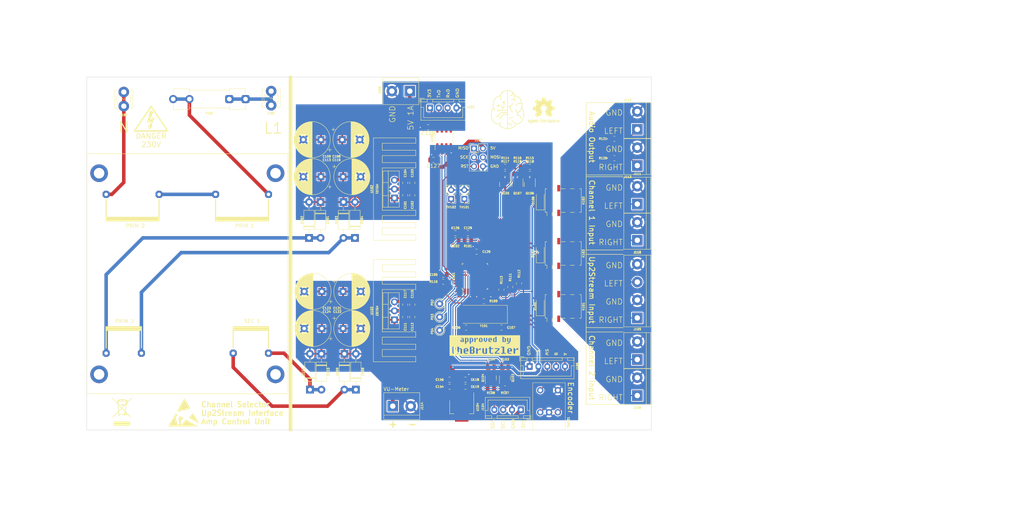
<source format=kicad_pcb>
(kicad_pcb (version 20221018) (generator pcbnew)
  (layers (0 "F.Cu" signal) (31 "B.Cu" signal) (34 "B.Paste" user) (35 "F.Paste" user) (36 "B.SilkS" user "B.Silkscreen") (37 "F.SilkS" user "F.Silkscreen") (38 "B.Mask" user) (39 "F.Mask" user) (44 "Edge.Cuts" user))
  (net 0 "")
  (net 1 "+12V")
  (net 2 "GND")
  (net 3 "+5V")
  (net 4 "RST")
  (net 5 "Net-(U101-XTAL1{slash}PB6)")
  (net 6 "Net-(U101-XTAL2{slash}PB7)")
  (net 7 "+5VA")
  (net 8 "+3V3")
  (net 9 "Net-(D101-A)")
  (net 10 "Net-(D103-A)")
  (net 11 "Net-(D105-A)")
  (net 12 "Net-(D106-A)")
  (net 13 "Net-(D107-A)")
  (net 14 "/L1")
  (net 15 "Net-(F101-Pad2)")
  (net 16 "/N")
  (net 17 "Net-(J103-Pin_2)")
  (net 18 "Net-(J103-Pin_3)")
  (net 19 "Net-(J104-Pin_3)")
  (net 20 "Net-(J104-Pin_4)")
  (net 21 "Net-(J105-Pin_3)")
  (net 22 "Net-(J105-Pin_4)")
  (net 23 "Net-(J105-Pin_5)")
  (net 24 "MISO")
  (net 25 "SCK")
  (net 26 "MOSI")
  (net 27 "Net-(J108-Pin_1)")
  (net 28 "Net-(J109-Pin_1)")
  (net 29 "Net-(J110-Pin_1)")
  (net 30 "Net-(J111-Pin_1)")
  (net 31 "/Left")
  (net 32 "/Right")
  (net 33 "Net-(J115-Pin_1)")
  (net 34 "Net-(J115-Pin_3)")
  (net 41 "RxD")
  (net 42 "TxD")
  (net 43 "SCL")
  (net 44 "SDA")
  (net 45 "Net-(Q105-G)")
  (net 46 "Net-(Q106-G)")
  (net 47 "Net-(Q107-G)")
  (net 48 "Net-(U101-PB0)")
  (net 49 "Net-(U101-PB1)")
  (net 50 "Net-(U101-PB2)")
  (net 51 "Net-(U101-PD2)")
  (net 52 "Net-(U101-PD3)")
  (net 53 "Net-(U101-PD4)")
  (net 54 "Net-(TR101-Pad2)")
  (net 59 "+12VA")
  (net 60 "GND1")
  (net 61 "Net-(D108-A)")
  (net 62 "Net-(D110-A)")
  (net 63 "Net-(J103-Pin_1)")
  (net 64 "/Sig_GND")
  (net 65 "NTC1")
  (net 66 "NTC2")
  (footprint "TestPoint:TestPoint_Loop_D2.50mm_Drill1.0mm" (layer "F.Cu") (at 135 113)
    (fp_text reference "TP102" hide)
    (fp_text value "PD3" hide)
  )
  (footprint "TerminalBlock:TerminalBlock_bornier-2_P5.08mm" (layer "F.Cu") (at 191 91.25 90)
    (fp_text reference "J110")
    (fp_text value "Cinch_Right")
  )
  (footprint "Fuse:Fuseholder_Clip-5x20mm_Littelfuse_100_Inline_P20.50x4.60mm_D1.30mm_Horizontal" (layer "F.Cu") (at 80 51.25 180)
    (fp_text reference "F101")
    (fp_text value "0,5A")
  )
  (footprint "TerminalBlock_MetzConnect:TerminalBlock_MetzConnect_360381_1x01_Horizontal_ScrewM3.0" (layer "F.Cu") (at 87.25 53 90)
    (fp_text reference "J101")
    (fp_text value "L1")
  )
  (footprint "Capacitor_SMD:C_0805_2012Metric" (layer "F.Cu") (at 152.5 116 180)
    (fp_text reference "C107")
    (fp_text value "18p")
  )
  (footprint "Capacitor_THT:CP_Radial_D10.0mm_P5.00mm" (layer "F.Cu") (at 101.617677 116.25 180)
    (fp_text reference "C124")
    (fp_text value "470µ")
  )
  (footprint "Resistor_SMD:R_0805_2012Metric" (layer "F.Cu") (at 143 91.25 180)
    (fp_text reference "R101")
    (fp_text value "4k7")
  )
  (footprint "Capacitor_SMD:C_0805_2012Metric" (layer "F.Cu") (at 142.3 130.75)
    (fp_text reference "C118")
    (fp_text value "100n")
  )
  (footprint "TerminalBlock:TerminalBlock_bornier-2_P5.08mm" (layer "F.Cu") (at 191 70.08 90)
    (fp_text reference "J113")
    (fp_text value "Right")
  )
  (footprint "Connector_PinHeader_2.54mm:PinHeader_2x03_P2.54mm_Vertical" (layer "F.Cu") (at 144.725 65.225)
    (fp_text reference "J107")
    (fp_text value "ICSP")
  )
  (footprint "TerminalBlock:TerminalBlock_bornier-2_P5.08mm" (layer "F.Cu") (at 191 135.25 90)
    (fp_text reference "J108")
    (fp_text value "Klinke_Right")
  )
  (footprint "Package_TO_SOT_SMD:SOT-23" (layer "F.Cu") (at 153.55 75.4375 -90)
    (fp_text reference "Q105")
    (fp_text value "BSS138")
  )
  (footprint "MountingHole:MountingHole_3.2mm_M3_DIN965" (layer "F.Cu") (at 192 48)
    (fp_text reference "REF**" hide)
    (fp_text value "MountingHole_3.2mm_M3_DIN965" hide)
  )
  (footprint "eigene:V 4330N" (layer "F.Cu") (at 117.225 111.195 -90)
    (fp_text reference "HS102")
    (fp_text value "Heatsink")
  )
  (footprint "Diode_SMD:D_MiniMELF" (layer "F.Cu") (at 163.5 80 90)
    (fp_text reference "D106")
    (fp_text value "LL4148")
  )
  (footprint "Diode_THT:D_DO-41_SOD81_P10.16mm_Horizontal" (layer "F.Cu") (at 98 90.58 90)
    (fp_text reference "D102")
    (fp_text value "1N4004")
  )
  (footprint "Capacitor_SMD:C_0805_2012Metric" (layer "F.Cu") (at 137.8 130.75 180)
    (fp_text reference "C116")
    (fp_text value "100n")
  )
  (footprint "Resistor_SMD:R_0805_2012Metric" (layer "F.Cu") (at 184.5 62.5 180)
    (fp_text reference "R121")
    (fp_text value "470k")
  )
  (footprint "Relay_SMD:Relay_DPDT_Omron_G6K-2F" (layer "F.Cu") (at 170 95 90)
    (fp_text reference "K103")
    (fp_text value "G6K-2")
  )
  (footprint "Capacitor_SMD:C_0805_2012Metric" (layer "F.Cu") (at 125.25 109.5 -90)
    (fp_text reference "C117")
    (fp_text value "1µ")
  )
  (footprint "Capacitor_SMD:C_0805_2012Metric" (layer "F.Cu") (at 137.8 132.75 180)
    (fp_text reference "C114")
    (fp_text value "1µ")
  )
  (footprint "TerminalBlock:TerminalBlock_bornier-2_P5.08mm" (layer "F.Cu") (at 191 125.04 90)
    (fp_text reference "J109")
    (fp_text value "Klinke_Links")
  )
  (footprint "Relay_SMD:Relay_DPDT_Omron_G6K-2F" (layer "F.Cu") (at 170 110 90)
    (fp_text reference "K101")
    (fp_text value "G6K-2")
  )
  (footprint "TerminalBlock_MetzConnect:TerminalBlock_MetzConnect_360381_1x01_Horizontal_ScrewM3.0" (layer "F.Cu") (at 45.5 53.25 90)
    (fp_text reference "J102")
    (fp_text value "N")
  )
  (footprint "Resistor_SMD:R_0805_2012Metric" (layer "F.Cu") (at 160.55 70.4375)
    (fp_text reference "R115")
    (fp_text value "10k")
  )
  (footprint "Resistor_SMD:R_0805_2012Metric" (layer "F.Cu") (at 147.5 108.5)
    (fp_text reference "R109")
    (fp_text value "1M")
  )
  (footprint "Package_TO_SOT_THT:TO-220-3_Vertical" (layer "F.Cu") (at 122.195 79.29 90)
    (fp_text reference "U102")
    (fp_text value "L7805")
  )
  (footprint "Capacitor_SMD:C_0805_2012Metric" (layer "F.Cu") (at 127.25 75 -90)
    (fp_text reference "C103")
    (fp_text value "100n")
  )
  (footprint "Capacitor_SMD:C_0805_2012Metric" (layer "F.Cu") (at 133.25 68.5 180)
    (fp_text reference "C127")
    (fp_text value "100n")
  )
  (footprint "Capacitor_THT:CP_Radial_D10.0mm_P5.00mm" (layer "F.Cu") (at 107.632323 105.75)
    (fp_text reference "C121")
    (fp_text value "470µ")
  )
  (footprint "Capacitor_SMD:C_0805_2012Metric" (layer "F.Cu") (at 143 89.25 180)
    (fp_text reference "C125")
    (fp_text value "1µ")
  )
  (footprint "Resistor_SMD:R_0805_2012Metric" (layer "F.Cu") (at 153.5 127.25 180)
    (fp_text reference "R103")
    (fp_text value "4k7")
  )
  (footprint "Package_TO_SOT_THT:TO-220-3_Vertical" (layer "F.Cu") (at 122.195 113.79 90)
    (fp_text reference "U103")
    (fp_text value "L7805")
  )
  (footprint "Diode_THT:D_DO-41_SOD81_P10.16mm_Horizontal" (layer "F.Cu") (at 108 123.42 -90)
    (fp_text reference "D108")
    (fp_text value "1N4004")
  )
  (footprint "Resistor_SMD:R_0805_2012Metric" (layer "F.Cu") (at 152.5 105.25 90)
    (fp_text reference "R113")
    (fp_text value "10k")
  )
  (footprint "Diode_THT:D_DO-41_SOD81_P10.16mm_Horizontal" (layer "F.Cu") (at 98.25 133.58 90)
    (fp_text reference "D111")
    (fp_text value "1N4004")
  )
  (footprint "Package_SO:SOIC-8_3.9x4.9mm_P1.27mm" (layer "F.Cu") (at 136.25 62.25 90)
    (fp_text reference "U105")
    (fp_text value "ADuM1201AR")
  )
  (footprint "MountingHole:MountingHole_3.2mm_M3_DIN965" (layer "F.Cu") (at 115 142)
    (fp_text reference "REF**" hide)
    (fp_text value "MountingHole_3.2mm_M3_DIN965" hide)
  )
  (footprint "Crystal:Crystal_SMD_HC49-SD" (layer "F.Cu") (at 147.5 112.25 180)
    (fp_text reference "Y101")
    (fp_text value "16MHz")
  )
  (footprint "Capacitor_SMD:C_0805_2012Metric" (layer "F.Cu") (at 142.5 116)
    (fp_text reference "C106")
    (fp_text value "18p")
  )
  (footprint "TerminalBlock:TerminalBlock_bornier-2_P5.08mm" (layer "F.Cu") (at 191 81 90)
    (fp_text reference "J111")
    (fp_text value "Cinch_Left")
  )
  (footprint "Resistor_SMD:R_0805_2012Metric" (layer "F.Cu") (at 157.05 72.4375 180)
    (fp_text reference "R119")
    (fp_text value "100k")
  )
  (footprint "Connector_PinHeader_2.54mm:PinHeader_1x02_P2.54mm_Vertical" (layer "F.Cu") (at 142 79.54 180)
    (fp_text reference "TH101")
    (fp_text value "Thermistor_NTC")
  )
  (footprint "Connector_JST:JST_XH_B4B-XH-A_1x04_P2.50mm_Vertical" (layer "F.Cu") (at 132.25 53.75)
    (fp_text reference "J103")
    (fp_text value "OLED")
  )
  (footprint "Resistor_SMD:R_0805_2012Metric" (layer "F.Cu") (at 157.5 103.5 90)
    (fp_text reference "R112")
    (fp_text value "10k")
  )
  (footprint "Resistor_SMD:R_0805_2012Metric" (layer "F.Cu") (at 157.05 70.4375)
    (fp_text reference "R116")
    (fp_text value "10k")
  )
  (footprint "Capacitor_SMD:C_0805_2012Metric" (layer "F.Cu") (at 125.25 113 90)
    (fp_text reference "C111")
    (fp_text value "1µ")
  )
  (footprint "MountingHole:MountingHole_3.2mm_M3_DIN965" (layer "F.Cu") (at 115 48)
    (fp_text reference "REF**" hide)
    (fp_text value "MountingHole_3.2mm_M3_DIN965" hide)
  )
  (footprint "eigene:V 4330N" (layer "F.Cu") (at 117.25 76.75 -90)
    (fp_text reference "HS101")
    (fp_text value "Heatsink")
  )
  (footprint "TestPoint:TestPoint_Loop_D2.50mm_Drill1.0mm" (layer "F.Cu") (at 135 116.75)
    (fp_text reference "TP103" hide)
    (fp_text value "PD4" hide)
  )
  (footprint "MountingHole:MountingHole_3.2mm_M3_DIN965" (layer "F.Cu") (at 192 142)
    (fp_text reference "REF**" hide)
    (fp_text value "MountingHole_3.2mm_M3_DIN965" hide)
  )
  (footprint "Connector_PinHeader_2.54mm:PinHeader_1x02_P2.54mm_Vertical" (layer "F.Cu") (at 138.25 79.54 180)
    (fp_text reference "TH102")
    (fp_text value "Thermistor_NTC")
  )
  (footprint "Capacitor_THT:CP_Radial_D10.0mm_P5.00mm" (layer "F.Cu") (at 101.617677 105.75 180)
    (fp_text reference "C123")
    (fp_text value "470µ")
  )
  (footprint "Capacitor_SMD:C_0805_2012Metric" (layer "F.Cu") (at 125.25 75 -90)
    (fp_text reference "C104")
    (fp_text value "1µ")
  )
  (footprint "Diode_THT:D_DO-41_SOD81_P10.16mm_Horizontal" (layer "F.Cu") (at 101.25 80.42 -90)
    (fp_text reference "D101")
    (fp_text value "1N4004")
  )
  (footprint "Resistor_SMD:R_0805_2012Metric" (layer "F.Cu") (at 155 104.5 90)
    (fp_text reference "R111")
    (fp_text value "10k")
  )
  (footprint "Resistor_SMD:R_0805_2012Metric" (layer "F.Cu") (at 184.5 68 180)
    (fp_text reference "R120")
    (fp_text value "470k")
  )
  (footprint "Capacitor_THT:CP_Radial_D10.0mm_P5.00mm" (layer "F.Cu") (at 107.632323 73.25)
    (fp_text reference "C110")
    (fp_text value "470µ")
  )
  (footprint "Capacitor_THT:CP_Radial_D10.0mm_P5.00mm" (layer "F.Cu") (at 107.632323 116.25)
    (fp_text reference "C122")
    (fp_text value "470µ")
  )
  (footprint "Package_QFP:TQFP-32_7x7mm_P0.8mm" (layer "F.Cu") (at 145 101.5 90)
    (fp_text reference "U101")
    (fp_text value "ATmega328P-A")
  )
  (footprint "Diode_SMD:D_MiniMELF" (layer "F.Cu") (at 163.5 110 90)
    (fp_text reference "D105")
    (fp_text value "LL4148")
  )
  (footprint "Capacitor_SMD:C_0805_2012Metric" (layer "F.Cu") (at 139.45 89.25 180)
    (fp_text reference "C126")
    (fp_text value "1µ")
  )
  (footprint "Resistor_SMD:R_0805_2012Metric" (layer "F.Cu") (at 153.55 70.4375)
    (fp_text reference "R114")
    (fp_text value "10k")
  )
  (footprint "Package_TO_SOT_SMD:SOT-23" (layer "F.Cu") (at 160.55 75.4375 -90)
    (fp_text reference "Q106")
    (fp_text value "BSS138")
  )
  (footprint "Package_TO_SOT_SMD:SOT-223-3_TabPin2" (layer "F.Cu") (at 141.25 138.5 -90)
    (fp_text reference "U104")
    (fp_text value "AP1117-33")
  )
  (footprint "TerminalBlock:TerminalBlock_bornier-2_P5.08mm" (layer "F.Cu") (at 121.71 138.25)
    (fp_text reference "J114")
    (fp_text value "VU-Meter")
  )
  (footprint "MountingHole:MountingHole_3.2mm_M3_DIN965" (layer "F.Cu") (at 38 142)
    (fp_text reference "REF**" hide)
    (fp_text value "MountingHole_3.2mm_M3_DIN965" hide)
  )
  (footprint "Capacitor_SMD:C_0805_2012Metric" (layer "F.Cu") (at 145.45 94.5 180)
    (fp_text reference "C120")
    (fp_text value "100n")
  )
  (footprint "Capacitor_SMD:C_0805_2012Metric" (layer "F.Cu") (at 127.25 113 90)
    (fp_text reference "C112")
    (fp_text value "100n")
  )
  (footprint "Symbol:ESD-Logo_8.9x8mm_SilkScreen" (layer "F.Cu") (at 62.5 140)
    (fp_text reference "REF**" hide)
    (fp_text value "ESD-Logo_8.9x8mm_SilkScreen" hide)
  )
  (footprint "Package_TO_SOT_SMD:SOT-23" (layer "F.Cu") (at 153.5 130.25 90)
    (fp_text reference "Q103")
    (fp_text value "BSS138")
  )
  (footprint "MountingHole:MountingHole_3.2mm_M3_DIN965" (layer "F.Cu") (at 38 48)
    (fp_text reference "REF**" hide)
    (fp_text value "MountingHole_3.2mm_M3_DIN965" hide)
  )
  (footprint "Capacitor_SMD:C_0805_2012Metric" (layer "F.Cu") (at 125.25 78.5 90)
    (fp_text reference "C101")
    (fp_text value "1µ")
  )
  (footprint "TestPoint:TestPoint_Loop_D2.50mm_Drill1.0mm" (layer "F.Cu") (at 135 109.25)
    (fp_text reference "TP101" hide)
    (fp_text value "PD2" hide)
  )
  (footprint "Resistor_SMD:R_0805_2012Metric" (layer "F.Cu") (at 136 103)
    (fp_text reference "R110")
    (fp_text value "10k")
  )
  (footprint "eigene:BLOCK 14VA" (layer "F.Cu") (at 86.5 78.25 -90)
    (fp_text reference "TR101")
    (fp_text value "UI 39/10,2 209")
  )
  (footprint "Capacitor_SMD:C_0805_2012Metric" (layer "F.Cu") (at 142.3 132.75)
    (fp_text reference "C119")
    (fp_text value "1µ")
  )
  (footprint "Diode_THT:D_DO-41_SOD81_P10.16mm_Horizontal" (layer "F.Cu") (at 101.5 123.42 -90)
    (fp_text reference "D110")
    (fp_text value "1N4004")
  )
  (footprint "Connector_JST:JST_XH_B5B-XH-A_1x05_P2.50mm_Vertical" (layer "F.Cu") (at 160.5 127)
    (fp_text reference "J105")
    (fp_text value "Encoder")
  )
  (footprint "Diode_THT:D_DO-41_SOD81_P10.16mm_Horizontal" (layer "F.Cu") (at 107.75 80.42 -90)
    (fp_text reference "D103")
    (fp_text value "1N4004")
  )
  (footprint "Relay_SMD:Relay_DPDT_Omron_G6K-2F" (layer "F.Cu") (at 170 80 90)
    (fp_text reference "K102")
    (fp_text value "G6K-2")
  )
  (footprint "Symbol:Symbol_HighVoltage_Type2_CopperTop_VerySmall" (layer "F.Cu") (at 53.25 57.5)
    (fp_text reference "REF**" hide)
    (fp_text value "Symbol_HighVoltage_Type2_CopperTop_VerySmall" hide)
  )
  (footprint "TerminalBlock:TerminalBlock_bornier-2_P5.08mm" (layer "F.Cu") (at 126.54 49 180)
    (fp_text reference "J106")
    (fp_text value "Up2Stream")
  )
  (footprint "Connector_JST:JST_XH_B4B-XH-A_1x04_P2.50mm_Vertical" (layer "F.Cu") (at 158 139.275 180)
    (fp_text reference "J104")
    (fp_text value "OLED")
  )
  (footprint "Resistor_SMD:R_0805_2012Metric" (layer "F.Cu") (at 160.55 72.4375 180)
    (fp_text reference "R118")
    (fp_text value "100k")
  )
  (footprint "TerminalBlock:TerminalBlock_bornier-4_P5.08mm" (layer "F.Cu") (at 191 113.25 90)
    (fp_text reference "J115")
    (fp_text value "Up2Stream")
  )
  (footprint "Package_TO_SOT_SMD:SOT-23" (layer "F.Cu") (at 149.5 130.25 90)
    (fp_text reference "Q104")
    (fp_text value "BSS138")
  )
  (footprint "Capacitor_THT:CP_Radial_D10.0mm_P5.00mm" (layer "F.Cu") (at 101.367677 73.25 180)
    (fp_text reference "C113")
    (fp_text value "470µ")
  )
  (footprint "Diode_SMD:D_MiniMELF" (layer "F.Cu") (at 163.5 95 90)
    (fp_text reference "D107")
    (fp_text value "LL4148")
  )
  (footprint "Capacitor_SMD:C_0805_2012Metric" (layer "F.Cu") (at 127.25 109.5 -90)
    (fp_text reference "C115")
    (fp_text value "100n")
  )
  (footprint "Package_TO_SOT_SMD:SOT-23" (layer "F.Cu") (at 157.05 75.4375 -90)
    (fp_text reference "Q107")
    (fp_text value "BSS138")
  )
  (footprint "Symbol:OSHW-Logo2_9.8x8mm_SilkScreen" (layer "F.Cu") (at 164.5 54.5)
    (fp_text reference "REF**" hide)
    (fp_text value "OSHW-Logo2_9.8x8mm_SilkScreen" hide)
  )
  (footprint "Resistor_SMD:R_0805_2012Metric" (layer "F.Cu") (at 139.45 91.25 180)
    (fp_text reference "R102")
    (fp_text value "4k7")
  )
  (footprint "TerminalBlock:TerminalBlock_bornier-2_P5.08mm" (layer "F.Cu") (at 191 59.83 90)
    (fp_text reference "J112")
    (fp_text value "Left")
  )
  (footprint "Rotary_Encoder:RotaryEncoder_Bourns_Horizontal_PEC09-2xxxF-Sxxxx" (layer "F.Cu") (at 163.5 140 -90)
    (fp_text reference "SW101")
    (fp_text value "RotaryEncoder_Switch")
  )
  (footprint "Capacitor_THT:CP_Radial_D10.0mm_P5.00mm" (layer "F.Cu") (at 101.367677 62.75 180)
    (fp_text reference "C109")
    (fp_text value "470µ")
  )
  (footprint "Resistor_SMD:R_0805_2012Metric" (layer "F.Cu") (at 153.55 72.4375 180)
    (fp_text reference "R117")
    (fp_text value "100k")
  )
  (footprint "Capacitor_SMD:C_0805_2012Metric" (layer "F.Cu") (at 131.75 59.25 180)
    (fp_text reference "C128")
    (fp_text value "100n")
  )
  (footprint "Capacitor_SMD:C_0805_2012Metric" (layer "F.Cu") (at 127.25 78.5 90)
    (fp_text reference "C102")
    (fp_text value "100n")
  )
  (footprint "Symbol:WEEE-Logo_5.6x8mm_SilkScreen" (layer "F.Cu") (at 45 139.75)
    (fp_text reference "REF**" hide)
    (fp_text value "WEEE-Logo_5.6x8mm_SilkScreen" hide)
  )
  (footprint "Diode_THT:D_DO-41_SOD81_P10.16mm_Horizontal" (layer "F.Cu") (at 111 90.58 90)
    (fp_text reference "D104")
    (fp_text value "1N4004")
  )
  (footprint "TheBrutzlers_Lib:approved_theBrutzler" (layer "F.Cu") (at 147.8 121.075)
    (fp_text reference "G***")
    (fp_text value "LOGO" hide)
  )
  (footprint "Diode_THT:D_DO-41_SOD81_P10.16mm_Horizontal" (layer "F.Cu") (at 111.25 133.58 90)
    (fp_text reference "D109")
    (fp_text value "1N4004")
  )
  (footprint "Capacitor_THT:CP_Radial_D10.0mm_P5.00mm" (layer "F.Cu") (at 107.382323 62.75)
    (fp_text reference "C108")
    (fp_text value "470µ")
  )
  (footprint "Resistor_SMD:R_0805_2012Metric" (layer "F.Cu") (at 149.5 127.25 180)
    (fp_text reference "R104")
    (fp_text value "4k7")
  )
  (footprint "eigene:logo" (layer "F.Cu") (at 154.25 54.25)
    (fp_text reference "G***" hide)
    (fp_text value "LOGO" hide)
  )
  (footprint "Resistor_SMD:R_0805_2012Metric" (layer "F.Cu") (at 153.5 133.25)
    (fp_text reference "R107")
    (fp_text value "4k7")
  )
  (footprint "Resistor_SMD:R_0805_2012Metric" (layer "F.Cu") (at 149.5 133.25)
    (fp_text reference "R108")
    (fp_text value "4k7")
  )
  (footprint "Capacitor_SMD:C_0805_2012Metric" (layer "F.Cu") (at 136 101 180)
    (fp_text reference "C105")
    (fp_text value "100n")
  )
  (gr_line (start 187 72.75) (end 176.5 72.75) (stroke (width 0.15)) (layer "F.SilkS"))
  (gr_line (start 187 94) (end 176.5 94) (stroke (width 0.15)) (layer "F.SilkS"))
  (gr_line (start 187 116) (end 176.5 116) (stroke (width 0.15)) (layer "F.SilkS"))
  (gr_line (start 187 95.25) (end 176.5 95.25) (stroke (width 0.15)) (layer "F.SilkS"))
  (gr_line (start 92.75 45) (end 92.75 145) (stroke (width 1)) (layer "F.SilkS"))
  (gr_line (start 176.5 52.25) (end 187 52.25) (stroke (width 0.15)) (layer "F.SilkS"))
  (gr_line (start 176.5 137.75) (end 187 137.75) (stroke (width 0.15)) (layer "F.SilkS"))
  (gr_line (start 176.5 137.75) (end 176.5 52.25) (stroke (width 0.15)) (layer "F.SilkS"))
  (gr_line (start 187 73.25) (end 176.5 73.25) (stroke (width 0.15)) (layer "F.SilkS"))
  (gr_line (start 187 117.25) (end 176.5 117.25) (stroke (width 0.15)) (layer "F.SilkS"))
  (gr_rect (start 35 45) (end 195 145) (stroke (width 0.1)) (fill none) (layer "Edge.Cuts"))
  (gr_text "Channel Selector\nUp2Stream Interface\nAmp Control Unit" (at 67.25 143.5) (layer "F.SilkS") (effects (font (size 1.5 1.5) (thickness 0.3) bold) (justify left bottom)))
  (gr_text "+  -" (at 120.25 144.5) (layer "F.SilkS") (effects (font (size 2 2) (thickness 0.4) bold) (justify left bottom)))
  (gr_text "GND\n\n5V 1A" (at 127.71 53 90) (layer "F.SilkS") (effects (font (size 1.6 1.6)) (justify right bottom)))
  (gr_text "GND\n\nLEFT\n\nGND\n\nRIGHT" (at 187 114.75) (layer "F.SilkS") (effects (font (size 1.6 1.6)) (justify right bottom)))
  (gr_text "VU-Meter" (at 119 134) (layer "F.SilkS") (effects (font (size 1 1)) (justify left bottom)))
  (gr_text "Channel 2 Input" (at 177.25 118 270) (layer "F.SilkS") (effects (font (size 1.5 1.5) (thickness 0.25) bold) (justify left bottom)))
  (gr_text "GND\n\nLEFT\n\nGND\n\nRIGHT" (at 187 136.75) (layer "F.SilkS") (effects (font (size 1.6 1.6)) (justify right bottom)))
  (gr_text "Up2Stream Input" (at 177.25 95.67 -90) (layer "F.SilkS") (effects (font (size 1.5 1.5) (thickness 0.25) bold) (justify left bottom)))
  (gr_text "MISO\n\nSCK\n\nRST" (at 143.25 70.75) (layer "F.SilkS") (effects (font (size 0.8 0.8)) (justify right bottom)))
  (gr_text "Encoder" (at 171.25 131.25 -90) (layer "F.SilkS") (effects (font (size 1.5 1.5) (thickness 0.25) bold) (justify left bottom)))
  (gr_text "A\n\nB\n\nSW\n\n5V\n\nGND" (at 159.75 124 270) (layer "F.SilkS") (effects (font (size 0.8 0.9)) (justify right bottom)))
  (gr_text "DANGER\n230V" (at 53.25 65) (layer "F.SilkS") (effects (font (size 1.5 1.5) (thickness 0.2)) (justify bottom)))
  (gr_text "L1\n" (at 85 61.25) (layer "F.SilkS") (effects (font (size 3 3) (thickness 0.3)) (justify left bottom)))
  (gr_text "GND\n\nLEFT\n\nGND\n\nRIGHT" (at 187 92.75) (layer "F.SilkS") (effects (font (size 1.6 1.6)) (justify right bottom)))
  (gr_text "N" (at 43.75 61) (layer "F.SilkS") (effects (font (size 3 3) (thickness 0.3)) (justify left bottom)))
  (gr_text "Audio Output" (at 177.25 54.54 270) (layer "F.SilkS") (effects (font (size 1.5 1.5) (thickness 0.25) bold) (justify left bottom)))
  (gr_text "3V3\n\nTxD\n\nRxD\n\nGND" (at 140.5 51 90) (layer "F.SilkS") (effects (font (size 0.82 0.9)) (justify left bottom)))
  (gr_text "5V\n\nMOSI\n\nGND" (at 149.25 70.75) (layer "F.SilkS") (effects (font (size 0.8 0.8)) (justify left bottom)))
  (gr_text "GND\n\nLEFT\n\nGND\n\nRIGHT" (at 187 71.5) (layer "F.SilkS") (effects (font (size 1.6 1.6)) (justify right bottom)))
  (gr_text "Channel 1 Input" (at 177.25 74 270) (layer "F.SilkS") (effects (font (size 1.5 1.5) (thickness 0.25) bold) (justify left bottom)))
  (gr_text "PD4     PD3     PD2" (at 133.25 118 90) (layer "F.SilkS") (effects (font (size 0.6 0.6)) (justify left bottom)))
  (gr_text "SDA\n\nSCL\n\nGND\n\n3V3" (at 159.25 144.75 90) (layer "F.SilkS") (effects (font (size 0.9 0.9)) (justify left bottom)))
  (segment (start 135.05 99.8) (end 135 99.75) (width 0.3) (layer "F.Cu") (net 2))
  (segment (start 159.6 74.4) (end 160.5 73.5) (width 0.3) (layer "F.Cu") (net 2))
  (segment (start 132.3 68.5) (end 132.3 67.45) (width 0.3) (layer "F.Cu") (net 2))
  (segment (start 145.5 108.75) (end 144.25 110) (width 0.3) (layer "F.Cu") (net 2))
  (segment (start 144.6 97.25) (end 144.6 94.6) (width 0.3) (layer "F.Cu") (net 2))
  (segment (start 143.25 130.75) (end 144.5 130.75) (width 0.3) (layer "F.Cu") (net 2))
  (segment (start 156.1375 72.4375) (end 156.1375 72.6375) (width 0.3) (layer "F.Cu") (net 2))
  (segment (start 141.55 116) (end 142.8 117.25) (width 0.3) (layer "F.Cu") (net 2))
  (segment (start 141 110) (end 140.25 110.75) (width 0.3) (layer "F.Cu") (net 2))
  (segment (start 156.1 74.5) (end 156.1 74.4) (width 0.3) (layer "F.Cu") (net 2))
  (segment (start 159.6 74.5) (end 159.6 74.4) (width 0.3) (layer "F.Cu") (net 2))
  (segment (start 152.2 117.25) (end 153.45 116) (width 0.3) (layer "F.Cu") (net 2))
  (segment (start 138.5 89.25) (end 138.5 87.75) (width 0.3) (layer "F.Cu") (net 2))
  (segment (start 132.3 67.45) (end 132.75 67) (width 0.3) (layer "F.Cu") (net 2))
  (segment (start 145.5 107.25) (end 145.5 108.75) (width 0.3) (layer "F.Cu") (net 2))
  (segment (start 153.45 116) (end 154.5 114.95) (width 0.3) (layer "F.Cu") (net 2))
  (segment (start 135.05 101) (end 135.05 99.8) (width 0.3) (layer "F.Cu") (net 2))
  (segment (start 144.25 110) (end 141 110) (width 0.3) (layer "F.Cu") (net 2))
  (segment (start 143.25 132.75) (end 144.5 132.75) (width 0.3) (layer "F.Cu") (net 2))
  (segment (start 156.1 74.4) (end 157 73.5) (width 0.3) (layer "F.Cu") (net 2))
  (segment (start 145.5 105.85) (end 145.5 107.25) (width 0.3) (layer "F.Cu") (net 2))
  (segment (start 143.25 135.05) (end 143.55 135.35) (width 1) (layer "F.Cu") (net 2))
  (segment (start 136.85 132.75) (end 135.5 132.75) (width 0.3) (layer "F.Cu") (net 2))
  (segment (start 143.95 89.25) (end 143.95 87.8) (width 0.3) (layer "F.Cu") (net 2))
  (segment (start 143.8 107.2) (end 143.75 107.25) (width 0.3) (layer "F.Cu") (net 2))
  (segment (start 140.25 110.75) (end 140.25 114.7) (width 0.3) (layer "F.Cu") (net 2))
  (segment (start 152.6 74.5) (end 152.6 74.4) (width 0.3) (layer "F.Cu") (net 2))
  (segment (start 143.25 130.75) (end 143.25 135.05) (width 1) (layer "F.Cu") (net 2))
  (segment (start 159.6375 72.6375) (end 160.5 73.5) (width 0.3) (layer "F.Cu") (net 2))
  (segment (start 136.85 130.75) (end 135.5 130.75) (width 0.3) (layer "F.Cu") (net 2))
  (segment (start 154.5 110.75) (end 153.75 110) (width 0.3) (layer "F.Cu") (net 2))
  (segment (start 150.25 110) (end 149.5 109.25) (width 0.3) (layer "F.Cu") (net 2))
  (segment (start 143.95 87.8) (end 144 87.75) (width 0.3) (layer "F.Cu") (net 2))
  (segment (start 140.25 114.7) (end 141.55 116) (width 0.3) (layer "F.Cu") (net 2))
  (segment (start 154.5 114.95) (end 154.5 110.75) (width 0.3) (layer "F.Cu") (net 2))
  (segment (start 153.75 110) (end 150.25 110) (width 0.3) (layer "F.Cu") (net 2))
  (segment (start 152.6375 72.4375) (end 152.6375 72.6375) (width 0.3) (layer "F.Cu") (net 2))
  (segment (start 122.195 111.25) (end 127.25 111.25) (width 1) (layer "F.Cu") (net 2))
  (segment (start 138.155 66.405) (end 138.25 66.5) (width 0.3) (layer "F.Cu") (net 2))
  (segment (start 144.6 94.6) (end 144.5 94.5) (width 0.3) (layer "F.Cu") (net 2))
  (segment (start 152.6 74.4) (end 153.5 73.5) (width 0.3) (layer "F.Cu") (net 2))
  (segment (start 142.8 117.25) (end 152.2 117.25) (width 0.3) (layer "F.Cu") (net 2))
  (segment (start 143.8 105.75) (end 143.8 107.2) (width 0.3) (layer "F.Cu") (net 2))
  (segment (start 145.4 105.75) (end 145.5 105.85) (width 0.3) (layer "F.Cu") (net 2))
  (segment (start 143.25 130.75) (end 143.25 129.25) (width 0.3) (layer "F.Cu") (net 2))
  (segment (start 152.6375 72.6375) (end 153.5 73.5) (width 0.3) (layer "F.Cu") (net 2))
  (segment (start 159.6375 72.4375) (end 159.6375 72.6375) (width 0.3) (layer "F.Cu") (net 2))
  (segment (start 144.5 94.5) (end 144.5 93) (width 0.3) (layer "F.Cu") (net 2))
  (segment (start 149.5 109.25) (end 149.5 107.25) (width 0.3) (layer "F.Cu") (net 2))
  (segment (start 138.155 64.725) (end 138.155 66.405) (width 0.3) (layer "F.Cu") (net 2))
  (segment (start 156.1375 72.6375) (end 157 73.5) (width 0.3) (layer "F.Cu") (net 2))
  (via (at 144.5 132.75) (size 0.6) (drill 0.3) (layers "F.Cu" "B.Cu") (net 2))
  (via (at 135.5 130.75) (size 0.6) (drill 0.3) (layers "F.Cu" "B.Cu") (net 2))
  (via (at 144.5 130.75) (size 0.6) (drill 0.3) (layers "F.Cu" "B.Cu") (net 2))
  (via (at 135.5 132.75) (size 0.6) (drill 0.3) (layers "F.Cu" "B.Cu") (net 2))
  (via (at 138.5 87.75) (size 0.6) (drill 0.3) (layers "F.Cu" "B.Cu") (net 2))
  (via (at 160.5 73.5) (size 0.6) (drill 0.3) (layers "F.Cu" "B.Cu") (net 2))
  (via (at 138.25 66.5) (size 0.6) (drill 0.3) (layers "F.Cu" "B.Cu") (net 2))
  (via (at 145.5 107.25) (size 0.6) (drill 0.3) (layers "F.Cu" "B.Cu") (net 2))
  (via (at 153.5 73.5) (size 0.6) (drill 0.3) (layers "F.Cu" "B.Cu") (net 2))
  (via (at 157 73.5) (size 0.6) (drill 0.3) (layers "F.Cu" "B.Cu") (net 2))
  (via (at 149.5 107.25) (size 0.6) (drill 0.3) (layers "F.Cu" "B.Cu") (net 2))
  (via (at 144 87.75) (size 0.6) (drill 0.3) (layers "F.Cu" "B.Cu") (net 2))
  (via (at 144.5 93) (size 0.6) (drill 0.3) (layers "F.Cu" "B.Cu") (net 2))
  (via (at 143.25 129.25) (size 0.6) (drill 0.3) (layers "F.Cu" "B.Cu") (net 2))
  (via (at 143.75 107.25) (size 0.6) (drill 0.3) (layers "F.Cu" "B.Cu") (net 2))
  (via (at 132.75 67) (size 0.6) (drill 0.3) (layers "F.Cu" "B.Cu") (net 2))
  (via (at 135 99.75) (size 0.6) (drill 0.3) (layers "F.Cu" "B.Cu") (net 2))
  (segment (start 121.75 127.25) (end 121.71 127.29) (width 1) (layer "F.Cu") (net 3))
  (segment (start 162.5 95.75) (end 163.5 96.75) (width 0.5) (layer "F.Cu") (net 3))
  (segment (start 146.2 104.7) (end 146.2 105.75) (width 0.3) (layer "F.Cu") (net 3))
  (segment (start 138.75 130.75) (end 138.75 135.15) (width 1) (layer "F.Cu") (net 3))
  (segment (start 145.75 91.25) (end 143.9125 91.25) (width 0.3) (layer "F.Cu") (net 3))
  (segment (start 166.19 83.5) (end 164 83.5) (width 0.3) (layer "F.Cu") (net 3))
  (segment (start 144.6 107.65) (end 144.6 105.75) (width 0.3) (layer "F.Cu") (net 3))
  (segment (start 129.25 109.25) (end 129.25 106.75) (width 1) (layer "F.Cu") (net 3))
  (segment (start 139.25 109) (end 143.25 109) (width 0.3) (layer "F.Cu") (net 3))
  (segment (start 127.25 108.55) (end 129.2 108.55) (width 1) (layer "F.Cu") (net 3))
  (segment (start 143.25 63.25) (end 145.75 63.25) (width 1) (layer "F.Cu") (net 3))
  (segment (start 147.265 64.765) (end 147.265 65.225) (width 1) (layer "F.Cu") (net 3))
  (segment (start 136 70.5) (end 143.25 63.25) (width 1) (layer "F.Cu") (net 3))
  (segment (start 138.5 91.2875) (end 138.5375 91.25) (width 0.3) (layer "F.Cu") (net 3))
  (segment (start 163.5 112.75) (end 163.5 111.75) (width 0.3) (layer "F.Cu") (net 3))
  (segment (start 162.5 94.75) (end 162.5 95.75) (width 0.5) (layer "F.Cu") (net 3))
  (segment (start 145.4 97.25) (end 145.4 104.1) (width 0.3) (layer "F.Cu") (net 3))
  (segment (start 146.4 94.5) (end 145.4 95.5) (width 0.3) (layer "F.Cu") (net 3))
  (segment (start 134.345 64.725) (end 134.345 70.405) (width 0.5) (layer "F.Cu") (net 3))
  (segment (start 166.19 98.5) (end 164 98.5) (width 0.3) (layer "F.Cu") (net 3))
  (segment (start 154.4125 127.25) (end 155.5 127.25) (width 0.3) (layer "F.Cu") (net 3))
  (segment (start 144.6 104.65) (end 145 104.25) (width 0.3) (layer "F.Cu") (net 3))
  (segment (start 145.4 95.5) (end 145.4 97.25) (width 0.3) (layer "F.Cu") (net 3))
  (segment (start 134.25 70.5) (end 136 70.5) (width 1) (layer "F.Cu") (net 3))
  (segment (start 145.4 104.1) (end 145.25 104.25) (width 0.3) (layer "F.Cu") (net 3))
  (segment (start 138.75 135.15) (end 138.95 135.35) (width 1) (layer "F.Cu") (net 3))
  (segment (start 151.5 127.25) (end 150.4125 127.25) (width 0.3) (layer "F.Cu") (net 3))
  (segment (start 163.5 98) (end 163.5 96.75) (width 0.3) (layer "F.Cu") (net 3))
  (segment (start 147 97.25) (end 147 95.1) (width 0.3) (layer "F.Cu") (net 3))
  (segment (start 121.71 127.29) (end 121.71 138.25) (width 1) (layer "F.Cu") (net 3))
  (segment (start 133 103) (end 135.0875 103) (width 1) (layer "F.Cu") (net 3))
  (segment (start 143.25 109) (end 144.6 107.65) (width 0.3) (layer "F.Cu") (net 3))
  (segment (start 129.25 109.25) (end 129.25 127.25) (width 1) (layer "F.Cu") (net 3))
  (segment (start 135.0875 103) (end 135.0875 104.8375) (width 0.3) (layer "F.Cu") (net 3))
  (segment (start 155 105.4125) (end 155 106.75) (width 0.3) (layer "F.Cu") (net 3))
  (segment (start 133 71.75) (end 134.25 70.5) (width 1) (layer "F.Cu") (net 3))
  (segment (start 145.25 104.25) (end 145.75 104.25) (width 0.3) (layer "F.Cu") (net 3))
  (segment (start 135.0875 104.8375) (end 139.25 109) (width 0.3) (layer "F.Cu") (net 3))
  (segment (start 164.25 113.5) (end 163.5 112.75) (width 0.3) (layer "F.Cu") (net 3))
  (segment (start 129.25 127.25) (end 138.75 127.25) (width 1) (layer "F.Cu") (net 3))
  (segment (start 164 83.5) (end 163.5 83) (width 0.3) (layer "F.Cu") (net 3))
  (segment (start 166.19 113.5) (end 164.25 113.5) (width 0.3) (layer "F.Cu") (net 3))
  (segment (start 145 104.25) (end 145.25 104.25) (width 0.3) (layer "F.Cu") (net 3))
  (segment (start 138.75 127.25) (end 138.75 130.75) (width 1) (layer "F.Cu") (net 3))
  (segment (start 138.5 92.75) (end 138.5 91.2875) (width 0.3) (layer "F.Cu") (net 3))
  (segment (start 146.4 94.5) (end 146.4 91.9) (width 0.3) (layer "F.Cu") (net 3))
  (segment (start 145.75 63.25) (end 147.265 64.765) (width 1) (layer "F.Cu") (net 3))
  (segment (start 134.345 70.405) (end 134.25 70.5) (width 0.5) (layer "F.Cu") (net 3))
  (segment (start 129.25 127.25) (end 121.75 127.25) (width 1) (layer "F.Cu") (net 3))
  (segment (start 163.5 83) (end 163.5 81.75) (width 0.3) (layer "F.Cu") (net 3))
  (segment (start 122.355 108.55) (end 122.195 108.71) (width 1) (layer "F.Cu") (net 3))
  (segment (start 146.4 91.9) (end 145.75 91.25) (width 0.3) (layer "F.Cu") (net 3))
  (segment (start 147 95.1) (end 146.4 94.5) (width 0.3) (layer "F.Cu") (net 3))
  (segment (start 164 98.5) (end 163.5 98) (width 0.3) (layer "F.Cu") (net 3))
  (segment (start 144.6 105.75) (end 144.6 104.65) (width 0.3) (layer "F.Cu") (net 3))
  (segment (start 157.5 105.75) (end 157.5 104.4125) (width 0.3) (layer "F.Cu") (net 3))
  (segment (start 163.25 111.75) (end 161.25 109.75) (width 0.5) (layer "F.Cu") (net 3))
  (segment (start 129.2 108.55) (end 129.25 108.5) (width 1) (layer "F.Cu") (net 3))
  (segment (start 152.5 106.1625) (end 152.5 107.5) (width 0.3) (layer "F.Cu") (net 3))
  (segment (start 161.25 81.75) (end 163.5 81.75) (width 0.5) (layer "F.Cu") (net 3))
  (segment (start 133 103) (end 133 71.75) (width 1) (layer "F.Cu") (net 3))
  (segment (start 145.75 104.25) (end 146.2 104.7) (width 0.3) (layer "F.Cu") (net 3))
  (segment (start 129.25 106.75) (end 133 103) (width 1) (layer "F.Cu") (net 3))
  (segment (start 163.5 111.75) (end 163.25 111.75) (width 0.5) (layer "F.Cu") (net 3))
  (segment (start 127.25 108.55) (end 122.355 108.55) (width 1) (layer "F.Cu") (net 3))
  (via (at 138.75 127.25) (size 0.6) (drill 0.3) (layers "F.Cu" "B.Cu") (net 3))
  (via (at 162.5 94.75) (size 0.6) (drill 0.3) (layers "F.Cu" "B.Cu") (net 3))
  (via (at 151.5 127.25) (size 0.6) (drill 0.3) (layers "F.Cu" "B.Cu") (net 3))
  (via (at 155 106.75) (size 0.6) (drill 0.3) (layers "F.Cu" "B.Cu") (net 3))
  (via (at 152.5 107.5) (size 0.6) (drill 0.3) (layers "F.Cu" "B.Cu") (net 3))
  (via (at 161.25 109.75) (size 0.6) (drill 0.3) (layers "F.Cu" "B.Cu") (net 3))
  (via (at 138.5 92.75) (size 0.6) (drill 0.3) (layers "F.Cu" "B.Cu") (net 3))
  (via (at 157.5 105.75) (size 0.6) (drill 0.3) (layers "F.Cu" "B.Cu") (net 3))
  (via (at 155.5 127.25) (size 0.6) (drill 0.3) (layers "F.Cu" "B.Cu") (net 3))
  (via (at 145.75 91.25) (size 0.6) (drill 0.3) (layers "F.Cu" "B.Cu") (net 3))
  (via (at 161.25 81.75) (size 0.6) (drill 0.3) (layers "F.Cu" "B.Cu") (net 3))
  (segment (start 152.5 107.5) (end 154.25 107.5) (width 0.3) (layer "B.Cu") (net 3))
  (segment (start 145.75 91.25) (end 140 91.25) (width 0.3) (layer "B.Cu") (net 3))
  (segment (start 162.25 129) (end 157.25 129) (width 1) (layer "B.Cu") (net 3))
  (segment (start 154.25 107.5) (end 155 106.75) (width 0.3) (layer "B.Cu") (net 3))
  (segment (start 161.25 105.75) (end 161.25 94.75) (width 0.5) (layer "B.Cu") (net 3))
  (segment (start 157.25 129) (end 155.5 127.25) (width 1) (layer "B.Cu") (net 3))
  (segment (start 157.5 105.75) (end 161.25 105.75) (width 0.3) (layer "B.Cu") (net 3))
  (segment (start 163 127) (end 163 122.5) (width 0.5) (layer "B.Cu") (net 3))
  (segment (start 163 122.5) (end 161.25 120.75) (width 0.5) (layer "B.Cu") (net 3))
  (segment (start 161.25 120.75) (end 161.25 105.75) (width 0.5) (layer "B.Cu") (net 3))
  (segment (start 156.5 106.75) (end 157.5 105.75) (width 0.3) (layer "B.Cu") (net 3))
  (segment (start 163 128.25) (end 162.25 129) (width 1) (layer "B.Cu") (net 3))
  (segment (start 161.25 94.75) (end 161.25 81.75) (width 0.5) (layer "B.Cu") (net 3))
  (segment (start 151.5 127.25) (end 138.75 127.25) (width 1) (layer "B.Cu") (net 3))
  (segment (start 140 91.25) (end 138.5 92.75) (width 0.3) (layer "B.Cu") (net 3))
  (segment (start 155 106.75) (end 156.5 106.75) (width 0.3) (layer "B.Cu") (net 3))
  (segment (start 163 127) (end 163 128.25) (width 1) (layer "B.Cu") (net 3))
  (segment (start 155.5 127.25) (end 151.5 127.25) (width 1) (layer "B.Cu") (net 3))
  (segment (start 161.25 94.75) (end 162.5 94.75) (width 0.5) (layer "B.Cu") (net 3))
  (segment (start 140.75 101.9) (end 138.9 101.9) (width 0.3) (layer "F.Cu") (net 4))
  (segment (start 144.725 70.305) (end 139.945 70.305) (width 0.3) (layer "F.Cu") (net 4))
  (segment (start 139.945 70.305) (end 136 74.25) (width 0.3) (layer "F.Cu") (net 4))
  (segment (start 136.95 101) (end 136.95 102.9625) (width 0.3) (layer "F.Cu") (net 4))
  (segment (start 136 98.5) (end 136.95 99.45) (width 0.3) (layer "F.Cu") (net 4))
  (segment (start 138 101) (end 136.95 101) (width 0.3) (layer "F.Cu") (net 4))
  (segment (start 136.95 99.45) (end 136.95 101) (width 0.3) (layer "F.Cu") (net 4))
  (segment (start 136.95 102.9625) (end 136.9125 103) (width 0.3) (layer "F.Cu") (net 4))
  (segment (start 138.9 101.9) (end 138 101) (width 0.3) (layer "F.Cu") (net 4))
  (segment (start 136 74.25) (end 136 98.5) (width 0.3) (layer "F.Cu") (net 4))
  (segment (start 143.45 112.45) (end 143.25 112.25) (width 0.3) (layer "F.Cu") (net 5))
  (segment (start 143.25 112.25) (end 144.75 112.25) (width 0.3) (layer "F.Cu") (net 5))
  (segment (start 144.75 112.25) (end 146.5875 110.4125) (width 0.3) (layer "F.Cu") (net 5))
  (segment (start 146.5875 110.4125) (end 146.5875 108.5) (width 0.3) (layer "F.Cu") (net 5))
  (segment (start 143.45 116) (end 143.45 112.45) (width 0.3) (layer "F.Cu") (net 5))
  (segment (start 147 105.75) (end 147 108.0875) (width 0.3) (layer "F.Cu") (net 5))
  (segment (start 147 108.0875) (end 146.5875 108.5) (width 0.3) (layer "F.Cu") (net 5))
  (segment (start 151.55 112.45) (end 151.75 112.25) (width 0.3) (layer "F.Cu") (net 6))
  (segment (start 150.5 112.25) (end 148.4125 110.1625) (width 0.3) (layer "F.Cu") (net 6))
  (segment (start 151.55 116) (end 151.55 112.45) (width 0.3) (layer "F.Cu") (net 6))
  (segment (start 151.75 112.25) (end 150.5 112.25) (width 0.3) (layer "F.Cu") (net 6))
  (segment (start 147.8 105.75) (end 147.8 107.8875) (width 0.3) (layer "F.Cu") (net 6))
  (segment (start 148.4125 110.1625) (end 148.4125 108.5) (width 0.3) (layer "F.Cu") (net 6))
  (segment (start 147.8 107.8875) (end 148.4125 108.5) (width 0.3) (layer "F.Cu") (net 6))
  (segment (start 126.54 49) (end 126.54 73.34) (width 1) (layer "F.Cu") (net 7))
  (segment (start 126.54 73.34) (end 127.25 74.05) (width 1) (layer "F.Cu") (net 7))
  (segment (start 122.355 74.05) (end 122.195 74.21) (width 1) (layer "F.Cu") (net 7))
  (segment (start 127.25 74.05) (end 122.355 74.05) (width 1) (layer "F.Cu") (net 7))
  (segment (start 148.55 131.1875) (end 148.55 133.2125) (width 0.3) (layer "F.Cu") (net 8))
  (segment (start 141.25 141.65) (end 148.5 141.65) (width 1) (layer "F.Cu") (net 8))
  (segment (start 147.5 133.25) (end 148.5875 133.25) (width 0.3) (layer "F.Cu") (net 8))
  (segment (start 148.5 141.65) (end 155.625 141.65) (width 1) (layer "F.Cu") (net 8))
  (segment (start 152.55 133.2125) (end 152.5875 133.25) (width 0.3) (layer "F.Cu") (net 8))
  (segment (start 152.55 131.1875) (end 152.55 133.2125) (width 0.3) (layer "F.Cu") (net 8))
  (segment (start 148.5875 133.25) (end 148.5875 141.5625) (width 0.3) (layer "F.Cu") (net 8))
  (segment (start 141.35 130.75) (end 141.35 141.55) (width 1) (layer "F.Cu") (net 8))
  (segment (start 141.35 141.55) (end 141.25 141.65) (width 1) (layer "F.Cu") (net 8))
  (segment (start 148.55 133.2125) (end 148.5875 133.25) (width 0.3) (layer "F.Cu") (net 8))
  (segment (start 148.5875 141.5625) (end 148.5 141.65) (width 0.3) (layer "F.Cu") (net 8))
  (segment (start 155.625 141.65) (end 158 139.275) (width 1) (layer "F.Cu") (net 8))
  (segment (start 152.5875 133.25) (end 151.5 133.25) (width 0.3) (layer "F.Cu") (net 8))
  (via (at 147.5 133.25) (size 0.6) (drill 0.3) (layers "F.Cu" "B.Cu") (net 8))
  (via (at 151.5 133.25) (size 0.6) (drill 0.3) (layers "F.Cu" "B.Cu") (net 8))
  (segment (start 151.5 133.25) (end 147.5 133.25) (width 0.3) (layer "B.Cu") (net 8))
  (segment (start 40.5 101) (end 50.92 90.58) (width 1) (layer "B.Cu") (net 9))
  (segment (start 40.5 123.25) (end 40.5 101) (width 1) (layer "B.Cu") (net 9))
  (segment (start 50.92 90.58) (end 101.25 90.58) (width 1) (layer "B.Cu") (net 9))
  (segment (start 61.75 94.75) (end 103.58 94.75) (width 1) (layer "B.Cu") (net 10))
  (segment (start 103.58 94.75) (end 107.75 90.58) (width 1) (layer "B.Cu") (net 10))
  (segment (start 50.5 123.25) (end 50.5 106) (width 1) (layer "B.Cu") (net 10))
  (segment (start 111 90.58) (end 107.75 90.58) (width 1) (layer "B.Cu") (net 10))
  (segment (start 50.5 106) (end 61.75 94.75) (width 1) (layer "B.Cu") (net 10))
  (segment (start 158.5 91) (end 161.25 93.75) (width 0.3) (layer "F.Cu") (net 11))
  (segment (start 153.55 76.375) (end 153.55 77.8) (width 0.3) (layer "F.Cu") (net 11))
  (segment (start 161.25 93.75) (end 161.25 107.25) (width 0.3) (layer "F.Cu") (net 11))
  (segment (start 153.55 77.8) (end 158.5 82.75) (width 0.3) (layer "F.Cu") (net 11))
  (segment (start 166.19 106.5) (end 164.25 106.5) (width 0.3) (layer "F.Cu") (net 11))
  (segment (start 161.25 107.25) (end 162.25 108.25) (width 0.3) (layer "F.Cu") (net 11))
  (segment (start 163.5 107.25) (end 163.5 108.25) (width 0.3) (layer "F.Cu") (net 11))
  (segment (start 162.25 108.25) (end 163.5 108.25) (width 0.3) (layer "F.Cu") (net 11))
  (segment (start 158.5 82.75) (end 158.5 91) (width 0.3) (layer "F.Cu") (net 11))
  (segment (start 164.25 106.5) (end 163.5 107.25) (width 0.3) (layer "F.Cu") (net 11))
  (segment (start 160.55 77.55) (end 161.25 78.25) (width 0.3) (layer "F.Cu") (net 12))
  (segment (start 164 76.5) (end 163.5 77) (width 0.3) (layer "F.Cu") (net 12))
  (segment (start 161.25 78.25) (end 163.5 78.25) (width 0.3) (layer "F.Cu") (net 12))
  (segment (start 160.55 76.375) (end 160.55 77.55) (width 0.3) (layer "F.Cu") (net 12))
  (segment (start 166.19 76.5) (end 164 76.5) (width 0.3) (layer "F.Cu") (net 12))
  (segment (start 163.5 77) (end 163.5 78.25) (width 0.3) (layer "F.Cu") (net 12))
  (segment (start 157.05 76.375) (end 157.05 78.3) (width 0.3) (layer "F.Cu") (net 13))
  (segment (start 163.5 92) (end 163.5 93.25) (width 0.3) (layer "F.Cu") (net 13))
  (segment (start 164 91.5) (end 163.5 92) (width 0.3) (layer "F.Cu") (net 13))
  (segment (start 162 93.25) (end 163.5 93.25) (width 0.3) (layer "F.Cu") (net 13))
  (segment (start 159.75 91) (end 162 93.25) (width 0.3) (layer "F.Cu") (net 13))
  (segment (start 166.19 91.5) (end 164 91.5) (width 0.3) (layer "F.Cu") (net 13))
  (segment (start 159.75 81) (end 159.75 91) (width 0.3) (layer "F.Cu") (net 13))
  (segment (start 157.05 78.3) (end 159.75 81) (width 0.3) (layer "F.Cu") (net 13))
  (segment (start 75.4 51.25) (end 87.25 51.25) (width 1) (layer "B.Cu") (net 14))
  (segment (start 87.25 49) (end 87.25 51.25) (width 1) (layer "B.Cu") (net 14))
  (segment (start 87.25 51.25) (end 87.25 53) (width 1) (layer "B.Cu") (net 14))
  (segment (start 64.1 55.825) (end 86.5 78.225) (width 1) (layer "F.Cu") (net 15))
  (segment (start 86.5 78.225) (end 86.5 78.25) (width 1) (layer "F.Cu") (net 15))
  (segment (start 64.1 51.25) (end 64.1 55.825) (width 1) (layer "F.Cu") (net 15))
  (segment (start 64.1 51.25) (end 59.5 51.25) (width 1) (layer "B.Cu") (net 15))
  (segment (start 45.5 74.85) (end 42.1 78.25) (width 1) (layer "F.Cu") (net 16))
  (segment (start 42.1 78.25) (end 40.5 78.25) (width 1) (layer "F.Cu") (net 16))
  (segment (start 45.5 49.25) (end 45.5 74.85) (width 1) (layer "F.Cu") (net 16))
  (segment (start 134.75 56.75) (end 134.75 53.75) (width 0.3) (layer "F.Cu") (net 17))
  (segment (start 135.615 59.775) (end 135.615 57.615) (width 0.3) (layer "F.Cu") (net 17))
  (segment (start 135.615 57.615) (end 134.75 56.75) (width 0.3) (layer "F.Cu") (net 17))
  (segment (start 136.885 57.115) (end 137.25 56.75) (width 0.3) (layer "F.Cu") (net 18))
  (segment (start 137.25 56.75) (end 137.25 53.75) (width 0.3) (layer "F.Cu") (net 18))
  (segment (start 136.885 59.775) (end 136.885 57.115) (width 0.3) (layer "F.Cu") (net 18))
  (segment (start 154.45 131.1875) (end 154.45 137.825) (width 0.3) (layer "F.Cu") (net 19))
  (segment (start 154.45 137.825) (end 153 139.275) (width 0.3) (layer "F.Cu") (net 19))
  (segment (start 150.45 139.225) (end 150.5 139.275) (width 0.3) (layer "F.Cu") (net 20))
  (segment (start 150.45 131.1875) (end 150.45 139.225) (width 0.3) (layer "F.Cu") (net 20))
  (segment (start 153.75 105.25) (end 153.75 108) (width 0.3) (layer "F.Cu") (net 21))
  (segment (start 152.5 104.3375) (end 149.2875 104.3375) (width 0.3) (layer "F.Cu") (net 21))
  (segment (start 165.5 131.75) (end 165.5 127) (width 0.3) (layer "F.Cu") (net 21))
  (segment (start 152.5 104.3375) (end 152.8375 104.3375) (width 0.3) (layer "F.Cu") (net 21))
  (segment (start 165.5 119.75) (end 165.5 127) (width 0.3) (layer "F.Cu") (net 21))
  (segment (start 153.75 108) (end 165.5 119.75) (width 0.3) (layer "F.Cu") (net 21))
  (segment (start 163.5 133.75) (end 165.5 131.75) (width 0.3) (layer "F.Cu") (net 21))
  (segment (start 152.8375 104.3375) (end 153.75 105.25) (width 0.3) (layer "F.Cu") (net 21))
  (segment (start 149.2875 104.3375) (end 149.25 104.3) (width 0.3) (layer "F.Cu") (net 21))
  (segment (start 168 131.25) (end 168 127) (width 0.3) (layer "F.Cu") (net 22))
  (segment (start 155 103.5875) (end 154.8875 103.475) (width 0.3) (layer "F.Cu") (net 22))
  (segment (start 156.25 104.8375) (end 155 103.5875) (width 0.3) (layer "F.Cu") (net 22))
  (segment (start 168 127) (end 168 121.021447) (width 0.3) (layer "F.Cu") (net 22))
  (segment (start 149.275 103.475) (end 149.25 103.5) (width 0.3) (layer "F.Cu") (net 22))
  (segment (start 166 137.5) (end 166 133.25) (width 0.3) (layer "F.Cu") (net 22))
  (segment (start 154.8875 103.475) (end 149.275 103.475) (width 0.3) (layer "F.Cu") (net 22))
  (segment (start 156.25 109.271447) (end 156.25 104.8375) (width 0.3) (layer "F.Cu") (net 22))
  (segment (start 163.5 140) (end 166 137.5) (width 0.3) (layer "F.Cu") (net 22))
  (segment (start 168 121.021447) (end 156.25 109.271447) (width 0.3) (layer "F.Cu") (net 22))
  (segment (start 166 133.25) (end 168 131.25) (width 0.3) (layer "F.Cu") (net 22))
  (segment (start 170.5 138) (end 170.5 127) (width 0.3) (layer "F.Cu") (net 23))
  (segment (start 158.75 103.8375) (end 158.75 110.5) (width 0.3) (layer "F.Cu") (net 23))
  (segment (start 157.5 102.5875) (end 158.75 103.8375) (width 0.3) (layer "F.Cu") (net 23))
  (segment (start 170.5 122.25) (end 170.5 127) (width 0.3) (layer "F.Cu") (net 23))
  (segment (start 149.3625 102.5875) (end 149.25 102.7) (width 0.3) (layer "F.Cu") (net 23))
  (segment (start 158.75 110.5) (end 170.5 122.25) (width 0.3) (layer "F.Cu") (net 23))
  (segment (start 157.5 102.5875) (end 149.3625 102.5875) (width 0.3) (layer "F.Cu") (net 23))
  (segment (start 168.5 140) (end 170.5 138) (width 0.3) (layer "F.Cu") (net 23))
  (segment (start 150.25 68.25) (end 148.5 66.5) (width 0.3) (layer "F.Cu") (net 24))
  (segment (start 148.5 66.5) (end 146 66.5) (width 0.3) (layer "F.Cu") (net 24))
  (segment (start 149.25 99.5) (end 150.5 99.5) (width 0.3) (layer "F.Cu") (net 24))
  (segment (start 146 66.5) (end 144.725 65.225) (width 0.3) (layer "F.Cu") (net 24))
  (segment (start 150.75 99.25) (end 150.75 96.25) (width 0.3) (layer "F.Cu") (net 24))
  (segment (start 150.25 95.75) (end 150.25 68.25) (width 0.3) (layer "F.Cu") (net 24))
  (segment (start 150.5 99.5) (end 150.75 99.25) (width 0.3) (layer "F.Cu") (net 24))
  (segment (start 150.75 96.25) (end 150.25 95.75) (width 0.3) (layer "F.Cu") (net 24))
  (segment (start 147.8 88.3) (end 147.8 97.25) (width 0.3) (layer "F.Cu") (net 25))
  (segment (start 144.725 67.765) (end 146 69.04) (width 0.3) (layer "F.Cu") (net 25))
  (segment (start 146 69.04) (end 146 86.5) (width 0.3) (layer "F.Cu") (net 25))
  (segment (start 146 86.5) (end 147.8 88.3) (width 0.3) (layer "F.Cu") (net 25))
  (segment (start 149.25 69.75) (end 149.25 98.7) (width 0.3) (layer "F.Cu") (net 26))
  (segment (start 147.265 67.765) (end 149.25 69.75) (width 0.3) (layer "F.Cu") (net 26))
  (segment (start 173.81 113.5) (end 173.81 114.481573) (width 0.3) (layer "F.Cu") (net 27))
  (segment (start 174.395787 115.895787) (end 179.914214 121.414214) (width 0.3) (layer "F.Cu") (net 27))
  (segment (start 181.085787 130.085787) (end 185.664214 134.664214) (width 0.3) (layer "F.Cu") (net 27))
  (segment (start 180.5 122.828427) (end 180.5 128.671573) (width 0.3) (layer "F.Cu") (net 27))
  (segment (start 187.078427 135.25) (end 191 135.25) (width 0.3) (layer "F.Cu") (net 27))
  (arc (start 174.395787 115.895787) (mid 173.962241 115.24694) (end 173.81 114.481573) (width 0.3) (layer "F.Cu") (net 27))
  (arc (start 180.5 122.828427) (mid 180.347759 122.06306) (end 179.914214 121.414214) (width 0.3) (layer "F.Cu") (net 27))
  (arc (start 180.5 128.671573) (mid 180.652241 129.43694) (end 181.085787 130.085787) (width 0.3) (layer "F.Cu") (net 27))
  (arc (start 187.078427 135.25) (mid 186.31306 135.097759) (end 185.664214 134.664214) (width 0.3) (layer "F.Cu") (net 27))
  (segment (start 191 125.04) (end 189.368427 125.04) (width 0.3) (layer "F.Cu") (net 28))
  (segment (start 173.81 109.481573) (end 173.81 106.5) (width 0.3) (layer "F.Cu") (net 28))
  (segment (start 187.954213 124.454213) (end 174.395786 110.895786) (width 0.3) (layer "F.Cu") (net 28))
  (arc (start 187.954213 124.454213) (mid 188.60306 124.887759) (end 189.368427 125.04) (width 0.3) (layer "F.Cu") (net 28))
  (arc (start 174.395786 110.895786) (mid 173.962241 110.24694) (end 173.81 109.481573) (width 0.3) (layer "F.Cu") (net 28))
  (segment (start 174.395787 85.895787) (end 179.164214 90.664214) (width 0.3) (layer "F.Cu") (net 29))
  (segment (start 173.81 83.5) (end 173.81 84.481573) (width 0.3) (layer "F.Cu") (net 29))
  (segment (start 180.578427 91.25) (end 191 91.25) (width 0.3) (layer "F.Cu") (net 29))
  (arc (start 180.578427 91.25) (mid 179.81306 91.097759) (end 179.164214 90.664214) (width 0.3) (layer "F.Cu") (net 29))
  (arc (start 174.395787 85.895787) (mid 173.962241 85.24694) (end 173.81 84.481573) (width 0.3) (layer "F.Cu") (net 29))
  (segment (start 173.81 76.5) (end 173.81 77.981573) (width 0.3) (layer "F.Cu") (net 30))
  (segment (start 174.395787 79.395787) (end 175.414214 80.414214) (width 0.3) (layer "F.Cu") (net 30))
  (segment (start 176.828427 81) (end 191 81) (width 0.3) (layer "F.Cu") (net 30))
  (arc (start 175.414214 80.414214) (mid 176.06306 80.847759) (end 176.828427 81) (width 0.3) (layer "F.Cu") (net 30))
  (arc (start 174.395787 79.395787) (mid 173.962241 78.74694) (end 173.81 77.981573) (width 0.3) (layer "F.Cu") (net 30))
  (segment (start 170.684213 93.815787) (end 170.585786 93.914214) (width 0.3) (layer "F.Cu") (net 31))
  (segment (start 185.4125 62.5) (end 183.998286 63.914214) (width 0.3) (layer "F.Cu") (net 31))
  (segment (start 170 95.328427) (end 170 102.171573) (width 0.3) (layer "F.Cu") (net 31))
  (segment (start 182.584073 64.5) (end 181.406854 64.5) (width 0.3) (layer "F.Cu") (net 31))
  (segment (start 171.27 74.636854) (end 171.27 76.5) (width 0.3) (layer "F.Cu") (net 31))
  (segment (start 179.99264 65.085787) (end 171.855786 73.222641) (width 0.3) (layer "F.Cu") (net 31))
  (segment (start 170.585787 103.585787) (end 170.684214 103.684214) (width 0.3) (layer "F.Cu") (net 31))
  (segment (start 170.585787 88.335787) (end 170.684214 88.434214) (width 0.3) (layer "F.Cu") (net 31))
  (segment (start 170.684213 79.565787) (end 170.585786 79.664214) (width 0.3) (layer "F.Cu") (net 31))
  (segment (start 171.27 105.098427) (end 171.27 106.5) (width 0.3) (layer "F.Cu") (net 31))
  (segment (start 171.27 91.5) (end 171.27 92.401573) (width 0.3) (layer "F.Cu") (net 31))
  (segment (start 188.915787 61.914213) (end 191 59.83) (width 0.3) (layer "F.Cu") (net 31))
  (segment (start 170 81.078427) (end 170 86.921573) (width 0.3) (layer "F.Cu") (net 31))
  (segment (start 185.4125 62.5) (end 187.501573 62.5) (width 0.3) (layer "F.Cu") (net 31))
  (segment (start 171.27 89.848427) (end 171.27 91.5) (width 0.3) (layer "F.Cu") (net 31))
  (segment (start 171.27 76.5) (end 171.27 78.151573) (width 0.3) (layer "F.Cu") (net 31))
  (arc (start 170.684214 88.434214) (mid 171.117759 89.08306) (end 171.27 89.848427) (width 0.3) (layer "F.Cu") (net 31))
  (arc (start 170.585787 103.585787) (mid 170.152241 102.93694) (end 170 102.171573) (width 0.3) (layer "F.Cu") (net 31))
  (arc (start 188.915787 61.914213) (mid 188.26694 62.347759) (end 187.501573 62.5) (width 0.3) (layer "F.Cu") (net 31))
  (arc (start 170.585787 88.335787) (mid 170.152241 87.68694) (end 170 86.921573) (width 0.3) (layer "F.Cu") (net 31))
  (arc (start 171.27 74.636854) (mid 171.422241 73.871487) (end 171.855786 73.222641) (width 0.3) (layer "F.Cu") (net 31))
  (arc (start 170.684213 79.565787) (mid 171.117759 78.91694) (end 171.27 78.151573) (width 0.3) (layer "F.Cu") (net 31))
  (arc (start 170.585786 79.664214) (mid 170.152241 80.31306) (end 170 81.078427) (width 0.3) (layer "F.Cu") (net 31))
  (arc (start 183.998286 63.914214) (mid 183.34944 64.347759) (end 182.584073 64.5) (width 0.3) (layer "F.Cu") (net 31))
  (arc (start 170.684214 103.684214) (mid 171.117759 104.33306) (end 171.27 105.098427) (width 0.3) (layer "F.Cu") (net 31))
  (arc (start 181.406854 64.5) (mid 180.641487 64.652241) (end 179.99264 65.085787) (width 0.3) (layer "F.Cu") (net 31))
  (arc (start 170.585786 93.914214) (mid 170.152241 94.56306) (end 170 95.328427) (width 0.3) (layer "F.Cu") (net 31))
  (arc (start 170.684213 93.815787) (mid 171.117759 93.16694) (end 171.27 92.401573) (width 0.3) (layer "F.Cu") (net 31))
  (segment (start 171.855787 94.644213) (end 171.914214 94.585786) (width 0.3) (layer "F.Cu") (net 32))
  (segment (start 173.085787 75.429237) (end 177.929238 70.585786) (width 0.3) (layer "F.Cu") (net 32))
  (segment (start 171.27 101.191573) (end 171.27 98.5) (width 0.3) (layer "F.Cu") (net 32))
  (segment (start 172.5 79.421573) (end 172.5 76.843451) (width 0.3) (layer "F.Cu") (net 32))
  (segment (start 185.4125 68) (end 188.091573 68) (width 0.3) (layer "F.Cu") (net 32))
  (segment (start 171.914213 102.664213) (end 171.855786 102.605786) (width 0.3) (layer "F.Cu") (net 32))
  (segment (start 172.5 108.671573) (end 172.5 104.078427) (width 0.3) (layer "F.Cu") (net 32))
  (segment (start 171.855787 80.894213) (end 171.914214 80.835786) (width 0.3) (layer "F.Cu") (net 32))
  (segment (start 171.27 113.5) (end 171.27 111.558427) (width 0.3) (layer "F.Cu") (net 32))
  (segment (start 189.505787 68.585787) (end 191 70.08) (width 0.3) (layer "F.Cu") (net 32))
  (segment (start 179.343451 70) (end 182.584073 70) (width 0.3) (layer "F.Cu") (net 32))
  (segment (start 172.5 93.171573) (end 172.5 88.828427) (width 0.3) (layer "F.Cu") (net 32))
  (segment (start 171.914213 87.414213) (end 171.855786 87.355786) (width 0.3) (layer "F.Cu") (net 32))
  (segment (start 171.27 98.5) (end 171.27 96.058427) (width 0.3) (layer "F.Cu") (net 32))
  (segment (start 171.27 85.941573) (end 171.27 83.5) (width 0.3) (layer "F.Cu") (net 32))
  (segment (start 183.998287 69.414213) (end 185.4125 68) (width 0.3) (layer "F.Cu") (net 32))
  (segment (start 171.27 83.5) (end 171.27 82.308427) (width 0.3) (layer "F.Cu") (net 32))
  (segment (start 171.855787 110.144213) (end 171.914214 110.085786) (width 0.3) (layer "F.Cu") (net 32))
  (arc (start 171.27 82.308427) (mid 171.422241 81.54306) (end 171.855787 80.894213) (width 0.3) (layer "F.Cu") (net 32))
  (arc (start 171.27 111.558427) (mid 171.422241 110.79306) (end 171.855787 110.144213) (width 0.3) (layer "F.Cu") (net 32))
  (arc (start 171.855787 94.644213) (mid 171.422241 95.29306) (end 171.27 96.058427) (width 0.3) (layer "F.Cu") (net 32))
  (arc (start 189.505787 68.585787) (mid 188.85694 68.152241) (end 188.091573 68) (width 0.3) (layer "F.Cu") (net 32))
  (arc (start 171.914214 80.835786) (mid 172.347759 80.18694) (end 172.5 79.421573) (width 0.3) (layer "F.Cu") (net 32))
  (arc (start 177.929238 70.585786) (mid 178.578084 70.152241) (end 179.343451 70) (width 0.3) (layer "F.Cu") (net 32))
  (arc (start 171.855786 102.605786) (mid 171.422241 101.95694) (end 171.27 101.191573) (width 0.3) (layer "F.Cu") (net 32))
  (arc (start 173.085787 75.429237) (mid 172.652241 76.078084) (end 172.5 76.843451) (width 0.3) (layer "F.Cu") (net 32))
  (arc (start 172.5 104.078427) (mid 172.347759 103.31306) (end 171.914213 102.664213) (width 0.3) (layer "F.Cu") (net 32))
  (arc (start 171.855786 87.355786) (mid 171.422241 86.70694) (end 171.27 85.941573) (width 0.3) (layer "F.Cu") (net 32))
  (arc (start 171.914214 110.085786) (mid 172.347759 109.43694) (end 172.5 108.671573) (width 0.3) (layer "F.Cu") (net 32))
  (arc (start 183.998287 69.414213) (mid 183.34944 69.847759) (end 182.584073 70) (width 0.3) (layer "F.Cu") (net 32))
  (arc (start 171.914214 94.585786) (mid 172.347759 93.93694) (end 172.5 93.171573) (width 0.3) (layer "F.Cu") (net 32))
  (arc (start 171.914213 87.414213) (mid 172.347759 88.06306) (end 172.5 88.828427) (width 0.3) (layer "F.Cu") (net 32))
  (segment (start 173.81 98.5) (end 173.81 100.981573) (width 0.3) (layer "F.Cu") (net 33))
  (segment (start 174.395787 102.395787) (end 184.664214 112.664214) (width 0.3) (layer "F.Cu") (net 33))
  (segment (start 186.078427 113.25) (end 191 113.25) (width 0.3) (layer "F.Cu") (net 33))
  (arc (start 174.395787 102.395787) (mid 173.962241 101.74694) (end 173.81 100.981573) (width 0.3) (layer "F.Cu") (net 33))
  (arc (start 184.664214 112.664214) (mid 185.31306 113.097759) (end 186.078427 113.25) (width 0.3) (layer "F.Cu") (net 33))
  (segment (start 173.81 91.5) (end 173.81 92.481573) (width 0.3) (layer "F.Cu") (net 34))
  (segment (start 174.395787 93.895787) (end 183.004214 102.504214) (width 0.3) (layer "F.Cu") (net 34))
  (segment (start 184.418427 103.09) (end 191 103.09) (width 0.3) (layer "F.Cu") (net 34))
  (arc (start 173.81 92.481573) (mid 173.962241 93.24694) (end 174.395787 93.895787) (width 0.3) (layer "F.Cu") (net 34))
  (arc (start 183.004214 102.504214) (mid 183.65306 102.937759) (end 184.418427 103.09) (width 0.3) (layer "F.Cu") (net 34))
  (segment (start 138.7 102.7) (end 140.75 102.7) (width 0.3) (layer "F.Cu") (net 41))
  (segment (start 138 102) (end 138.7 102.7) (width 0.3) (layer "F.Cu") (net 41))
  (segment (start 135.615 64.725) (end 135.615 67.135) (width 0.3) (layer "F.Cu") (net 41))
  (segment (start 135.615 67.135) (end 135.5 67.25) (width 0.3) (layer "F.Cu") (net 41))
  (via (at 138 102) (size 0.6) (drill 0.3) (layers "F.Cu" "B.Cu") (net 41))
  (via (at 135.5 67.25) (size 0.6) (drill 0.3) (layers "F.Cu" "B.Cu") (net 41))
  (segment (start 135.5 67.25) (end 135.65 67.4) (width 0.3) (layer "B.Cu") (net 41))
  (segment (start 135.65 99.65) (end 138 102) (width 0.3) (layer "B.Cu") (net 41))
  (segment (start 135.65 67.4) (end 135.65 99.65) (width 0.3) (layer "B.Cu") (net 41))
  (segment (start 136.885 64.725) (end 136.885 66.865) (width 0.3) (layer "F.Cu") (net 42))
  (segment (start 138.75 103.5) (end 140.75 103.5) (width 0.3) (layer "F.Cu") (net 42))
  (segment (start 136.885 66.865) (end 136.5 67.25) (width 0.3) (layer "F.Cu") (net 42))
  (via (at 136.5 67.25) (size 0.6) (drill 0.3) (layers "F.Cu" "B.Cu") (net 42))
  (via (at 138.75 103.5) (size 0.6) (drill 0.3) (layers "F.Cu" "B.Cu") (net 42))
  (segment (start 138 101) (end 138.75 101.75) (width 0.3) (layer "B.Cu") (net 42))
  (segment (start 136.5 67.25) (end 136.5 99.5) (width 0.3) (layer "B.Cu") (net 42))
  (segment (start 136.5 99.5) (end 138 101) (width 0.3) (layer "B.Cu") (net 42))
  (segment (start 138.75 101.75) (end 138.75 103.5) (width 0.3) (layer "B.Cu") (net 42))
  (segment (start 153.5 129.3125) (end 153.5 128.1625) (width 0.3) (layer "F.Cu") (net 43))
  (segment (start 152.5 127.1625) (end 152.5875 127.25) (width 0.3) (layer "F.Cu") (net 43))
  (segment (start 152.5 125.5) (end 152.5 127.1625) (width 0.3) (layer "F.Cu") (net 43))
  (segment (start 140.75 101.1) (end 142.85 101.1) (width 0.3) (layer "F.Cu") (net 43))
  (segment (start 142.85 101.1) (end 143 101.25) (width 0.3) (layer "F.Cu") (net 43))
  (segment (start 153.5 128.1625) (end 152.5875 127.25) (width 0.3) (layer "F.Cu") (net 43))
  (via (at 152.5 125.5) (size 0.6) (drill 0.3) (layers "F.Cu" "B.Cu") (net 43))
  (via (at 143 101.25) (size 0.6) (drill 0.3) (layers "F.Cu" "B.Cu") (net 43))
  (segment (start 139.5 122.75) (end 140.25 123.5) (width 0.3) (layer "B.Cu") (net 43))
  (segment (start 151.5 124.5) (end 152.5 125.5) (width 0.3) (layer "B.Cu") (net 43))
  (segment (start 141.75 108) (end 139.5 110.25) (width 0.3) (layer "B.Cu") (net 43))
  (segment (start 139.5 110.25) (end 139.5 111.25) (width 0.3) (layer "B.Cu") (net 43))
  (segment (start 143 101.25) (end 143 106.75) (width 0.3) (layer "B.Cu") (net 43))
  (segment (start 139.5 111.25) (end 139.5 122.75) (width 0.3) (layer "B.Cu") (net 43))
  (segment (start 140.25 123.5) (end 141.25 124.5) (width 0.3) (layer "B.Cu") (net 43))
  (segment (start 143 106.75) (end 141.75 108) (width 0.3) (layer "B.Cu") (net 43))
  (segment (start 141.25 124.5) (end 147 124.5) (width 0.3) (layer "B.Cu") (net 43))
  (segment (start 147 124.5) (end 151.5 124.5) (width 0.3) (layer "B.Cu") (net 43))
  (segment (start 149.5 129.3125) (end 149.5 128.1625) (width 0.3) (layer "F.Cu") (net 44))
  (segment (start 149.5 128.1625) (end 148.5875 127.25) (width 0.3) (layer "F.Cu") (net 44))
  (segment (start 142.2 100.3) (end 142.25 100.25) (width 0.3) (layer "F.Cu") (net 44))
  (segment (start 148.5 125.5) (end 148.5 127.1625) (width 0.3) (layer "F.Cu") (net 44))
  (segment (start 140.75 100.3) (end 142.2 100.3) (width 0.3) (layer "F.Cu") (net 44))
  (segment (start 148.5 127.1625) (end 148.5875 127.25) (width 0.3) (layer "F.Cu") (net 44))
  (via (at 142.25 100.25) (size 0.6) (drill 0.3) (layers "F.Cu" "B.Cu") (net 44))
  (via (at 148.5 125.5) (size 0.6) (drill 0.3) (layers "F.Cu" "B.Cu") (net 44))
  (segment (start 140.75 125.25) (end 144 125.25) (width 0.3) (layer "B.Cu") (net 44))
  (segment (start 144 125.25) (end 148.25 125.25) (width 0.3) (layer "B.Cu") (net 44))
  (segment (start 139.25 123.75) (end 140.75 125.25) (width 0.3) (layer "B.Cu") (net 44))
  (segment (start 138.75 111.5) (end 138.75 123.25) (width 0.3) (layer "B.Cu") (net 44))
  (segment (start 140.25 108.5) (end 138.75 110) (width 0.3) (layer "B.Cu") (net 44))
  (segment (start 138.75 110) (end 138.75 111.5) (width 0.3) (layer "B.Cu") (net 44))
  (segment (start 142.25 106.5) (end 140.25 108.5) (width 0.3) (layer "B.Cu") (net 44))
  (segment (start 138.75 123.25) (end 139.25 123.75) (width 0.3) (layer "B.Cu") (net 44))
  (segment (start 142.25 100.25) (end 142.25 106.5) (width 0.3) (layer "B.Cu") (net 44))
  (segment (start 148.25 125.25) (end 148.5 125.5) (width 0.3) (layer "B.Cu") (net 44))
  (segment (start 154.4625 74.4625) (end 154.5 74.5) (width 0.3) (layer "F.Cu") (net 45))
  (segment (start 154.4625 70.4375) (end 154.4625 74.4625) (width 0.3) (layer "F.Cu") (net 45))
  (segment (start 161.4625 74.4625) (end 161.5 74.5) (width 0.3) (layer "F.Cu") (net 46))
  (segment (start 161.4625 70.4375) (end 161.4625 74.4625) (width 0.3) (layer "F.Cu") (net 46))
  (segment (start 157.9625 74.4625) (end 158 74.5) (width 0.3) (layer "F.Cu") (net 47))
  (segment (start 157.9625 70.4375) (end 157.9625 74.4625) (width 0.3) (layer "F.Cu") (net 47))
  (segment (start 151.775 76.525) (end 151.775 71.3) (width 0.3) (layer "F.Cu") (net 48))
  (segment (start 149.25 101.9) (end 151.1 101.9) (width 0.3) (layer "F.Cu") (net 48))
  (segment (start 151.1 101.9) (end 153 100) (width 0.3) (layer "F.Cu") (net 48))
  (segment (start 153 100) (end 153 77.75) (width 0.3) (layer "F.Cu") (net 48))
  (segment (start 153 77.75) (end 151.775 76.525) (width 0.3) (layer "F.Cu") (net 48))
  (segment (start 151.775 71.3) (end 152.6375 70.4375) (width 0.3) (layer "F.Cu") (net 48))
  (segment (start 150.9 101.1) (end 152.25 99.75) (width 0.3) (layer "F.Cu") (net 49))
  (segment (start 159.5 70.3) (end 159.6375 70.4375) (width 0.3) (layer "F.Cu") (net 49))
  (segment (start 149.25 101.1) (end 150.9 101.1) (width 0.3) (layer "F.Cu") (net 49))
  (segment (start 159.5 69) (end 159.5 70.3) (width 0.3) (layer "F.Cu") (net 49))
  (segment (start 152.25 99.75) (end 152.25 84.75) (width 0.3) (layer "F.Cu") (net 49))
  (via (at 159.5 69) (size 0.6) (drill 0.3) (layers "F.Cu" "B.Cu") (net 49))
  (via (at 152.25 84.75) (size 0.6) (drill 0.3) (layers "F.Cu" "B.Cu") (net 49))
  (segment (start 154.75 75.5) (end 155.5 74.75) (width 0.3) (layer "B.Cu") (net 49))
  (segment (start 158.75 69) (end 159.5 69) (width 0.3) (layer "B.Cu") (net 49))
  (segment (start 155.5 72.25) (end 158.75 69) (width 0.3) (layer "B.Cu") (net 49))
  (segment (start 152.25 84.75) (end 152.25 78) (width 0.3) (layer "B.Cu") (net 49))
  (segment (start 155.5 74.75) (end 155.5 72.25) (width 0.3) (layer "B.Cu") (net 49))
  (segment (start 152.25 78) (end 154.75 75.5) (width 0.3) (layer "B.Cu") (net 49))
  (segment (start 152 68.5) (end 155.5 68.5) (width 0.3) (layer "F.Cu") (net 50))
  (segment (start 155.5 68.5) (end 156.1375 69.1375) (width 0.3) (layer "F.Cu") (net 50))
  (segment (start 149.25 100.3) (end 150.7 100.3) (width 0.3) (layer "F.Cu") (net 50))
  (segment (start 156.1375 69.1375) (end 156.1375 70.4375) (width 0.3) (layer "F.Cu") (net 50))
  (segment (start 151.25 99.75) (end 151.25 69.25) (width 0.3) (layer "F.Cu") (net 50))
  (segment (start 150.7 100.3) (end 151.25 99.75) (width 0.3) (layer "F.Cu") (net 50))
  (segment (start 151.25 69.25) (end 152 68.5) (width 0.3) (layer "F.Cu") (net 50))
  (segment (start 139.45 104.3) (end 139.25 104.5) (width 0.3) (layer "F.Cu") (net 51))
  (segment (start 140.75 104.3) (end 139.45 104.3) (width 0.3) (layer "F.Cu") (net 51))
  (via (at 139.25 104.5) (size 0.6) (drill 0.3) (layers "F.Cu" "B.Cu") (net 51))
  (segment (start 139.25 105) (end 135 109.25) (width 0.3) (layer "B.Cu") (net 51))
  (segment (start 139.25 104.5) (end 139.25 105) (width 0.3) (layer "B.Cu") (net 51))
  (segment (start 139.25 106) (end 139.5 105.75) (width 0.3) (layer "F.Cu") (net 52))
  (segment (start 139.5 105.75) (end 142.2 105.75) (width 0.3) (layer "F.Cu") (net 52))
  (via (at 139.25 106) (size 0.6) (drill 0.3) (layers "F.Cu" "B.Cu") (net 52))
  (segment (start 139.25 106) (end 136.75 108.5) (width 0.3) (layer "B.Cu") (net 52))
  (segment (start 136.75 111.25) (end 135 113) (width 0.3) (layer "B.Cu") (net 52))
  (segment (start 136.75 108.5) (end 136.75 111.25) (width 0.3) (layer "B.Cu") (net 52))
  (segment (start 139.8995 107.459534) (end 140.109034 107.25) (width 0.3) (layer "F.Cu") (net 53))
  (segment (start 140.109034 107.25) (end 142.5 107.25) (width 0.3) (layer "F.Cu") (net 53))
  (segment (start 142.5 107.25) (end 143 106.75) (width 0.3) (layer "F.Cu") (net 53))
  (segment (start 143 106.75) (end 143 105.75) (width 0.3) (layer "F.Cu") (net 53))
  (via (at 139.8995 107.459534) (size 0.6) (drill 0.3) (layers "F.Cu" "B.Cu") (net 53))
  (segment (start 137.5 109.25) (end 137.5 114.25) (width 0.3) (layer "B.Cu") (net 53))
  (segment (start 139.290466 107.459534) (end 137.5 109.25) (width 0.3) (layer "B.Cu") (net 53))
  (segment (start 137.5 114.25) (end 135 116.75) (width 0.3) (layer "B.Cu") (net 53))
  (segment (start 139.8995 107.459534) (end 139.290466 107.459534) (width 0.3) (layer "B.Cu") (net 53))
  (segment (start 55.5 78.25) (end 71.5 78.25) (width 1) (layer "B.Cu") (net 54))
  (segment (start 138.155 59.775) (end 138.155 57.845) (width 0.3) (layer "F.Cu") (net 60))
  (segment (start 122.195 76.75) (end 127.25 76.75) (width 1) (layer "F.Cu") (net 60))
  (segment (start 139.75 56.25) (end 139.75 53.75) (width 0.3) (layer "F.Cu") (net 60))
  (segment (start 138.155 57.845) (end 139.75 56.25) (width 0.3) (layer "F.Cu") (net 60))
  (segment (start 130.8 59.25) (end 129.5 59.25) (width 0.3) (layer "F.Cu") (net 60))
  (via (at 129.5 59.25) (size 0.6) (drill 0.3) (layers "F.Cu" "B.Cu") (net 60))
  (segment (start 76.5 123.25) (end 76.5 127.25) (width 1) (layer "F.Cu") (net 61))
  (segment (start 76.5 127.25) (end 87.5 138.25) (width 1) (layer "F.Cu") (net 61))
  (segment (start 87.5 138.25) (end 103.25 138.25) (width 1) (layer "F.Cu") (net 61))
  (segment (start 107.92 133.58) (end 108 133.58) (width 1) (layer "F.Cu") (net 61))
  (segment (start 103.25 138.25) (end 107.92 133.58) (width 1) (layer "F.Cu") (net 61))
  (segment (start 111.25 133.58) (end 108 133.58) (width 1) (layer "B.Cu") (net 61))
  (segment (start 90.875 123.25) (end 98.25 130.625) (width 1) (layer "F.Cu") (net 62))
  (segment (start 98.25 130.625) (end 98.25 133.58) (width 1) (layer "F.Cu") (net 62))
  (segment (start 86.5 123.25) (end 90.875 123.25) (width 1) (layer "F.Cu") (net 62))
  (segment (start 101.5 133.58) (end 98.25 133.58) (width 1) (layer "B.Cu") (net 62))
  (segment (start 132.7 59.25) (end 132.7 54.2) (width 0.3) (layer "F.Cu") (net 63))
  (segment (start 133.225 59.775) (end 134.345 59.775) (width 0.3) (layer "F.Cu") (net 63))
  (segment (start 132.7 54.2) (end 132.25 53.75) (width 0.3) (layer "F.Cu") (net 63))
  (segment (start 132.7 59.25) (end 133.225 59.775) (width 0.3) (layer "F.Cu") (net 63))
  (segment (start 183.5875 68) (end 182.5 68) (width 0.3) (layer "F.Cu") (net 64))
  (segment (start 183.5875 62.5) (end 182.5 62.5) (width 0.3) (layer "F.Cu") (net 64))
  (via (at 182.5 62.5) (size 0.6) (drill 0.3) (layers "F.Cu" "B.Cu") (net 64))
  (via (at 182.5 68) (size 0.6) (drill 0.3) (layers "F.Cu" "B.Cu") (net 64))
  (segment (start 143 97.25) (end 143 93.75) (width 0.3) (layer "F.Cu") (net 65))
  (segment (start 142 92.75) (end 142 79.54) (width 0.3) (layer "F.Cu") (net 65))
  (segment (start 143 93.75) (end 142 92.75) (width 0.3) (layer "F.Cu") (net 65))
  (segment (start 142.075 79.615) (end 142 79.54) (width 0.3) (layer "F.Cu") (net 65))
  (segment (start 138.175 79.615) (end 138.25 79.54) (width 0.3) (layer "F.Cu") (net 66))
  (segment (start 140.4 92.15) (end 142.2 93.95) (width 0.3) (layer "F.Cu") (net 66))
  (segment (start 138.25 79.54) (end 138.25 85.25) (width 0.3) (layer "F.Cu") (net 66))
  (segment (start 138.25 85.25) (end 140.4 87.4) (width 0.3) (layer "F.Cu") (net 66))
  (segment (start 140.4 87.4) (end 140.4 92.15) (width 0.3) (layer "F.Cu") (net 66))
  (segment (start 142.2 93.95) (end 142.2 97.25) (width 0.3) (layer "F.Cu") (net 66))
  (zone (net 1) (net_name "+12V") (layer "F.Cu") (priority 1) (connect_pads (clearance 0.25)) (min_thickness 0.25) (fill yes (thermal_gap 0.5) (thermal_bridge_width 0.5))
    (polygon (pts (xy 99.5 125.5) (xy 110 125.5) (xy 110 118.25) (xy 127.75 118.25) (xy 127.75 113.75) (xy 123.75 113.75) (xy 123.75 112.75) (xy 109.75 112.75) (xy 109.75 103.75) (xy 99.5 103.75)))
  )
  (zone (net 59) (net_name "+12VA") (layer "F.Cu") (priority 1) (connect_pads (clearance 0.25)) (min_thickness 0.25) (fill yes (thermal_gap 0.5) (thermal_bridge_width 0.5))
    (polygon (pts (xy 99.25 82.5) (xy 127.5 82.5) (xy 127.5 79) (xy 123.5 79) (xy 123.5 78) (xy 109.5 78) (xy 109.5 60.75) (xy 99.25 60.75)))
  )
  (zone (net 2) (net_name "GND") (layer "B.Cu") (priority 3) (connect_pads (clearance 0.25)) (min_thickness 0.25) (fill yes (thermal_gap 0.5) (thermal_bridge_width 0.5))
    (polygon (pts (xy 94.25 102.75) (xy 132.25 102.75) (xy 132.25 64.25) (xy 142.75 64.25) (xy 143.5 63.5) (xy 167 63.5) (xy 167 115.5) (xy 174.25 122.75) (xy 174.25 142.25) (xy 118.5 142.25) (xy 118.5 131.5) (xy 115.5 128.5) (xy 98.25 128.5) (xy 94.25 124.5)))
  )
  (zone (net 64) (net_name "/Sig_GND") (layer "B.Cu") (priority 2) (connect_pads (clearance 0.25)) (min_thickness 0.25) (fill yes (thermal_gap 0.5) (thermal_bridge_width 0.5))
    (polygon (pts (xy 195 137.75) (xy 186.25 137.75) (xy 179 130.5) (xy 179 122.75) (xy 169.25 113) (xy 169.25 67.75) (xy 184.75 52.25) (xy 195 52.25)))
  )
  (zone (net 60) (net_name "GND1") (layer "B.Cu") (connect_pads (clearance 0.25)) (min_thickness 0.25) (fill yes (thermal_gap 0.5) (thermal_bridge_width 0.5))
    (polygon (pts (xy 94.25 85.5) (xy 129.25 85.5) (xy 129.25 60.25) (xy 142.25 60.25) (xy 142.25 46.25) (xy 118.75 46.25) (xy 118.75 52.75) (xy 94.25 52.75)))
  )
)
</source>
